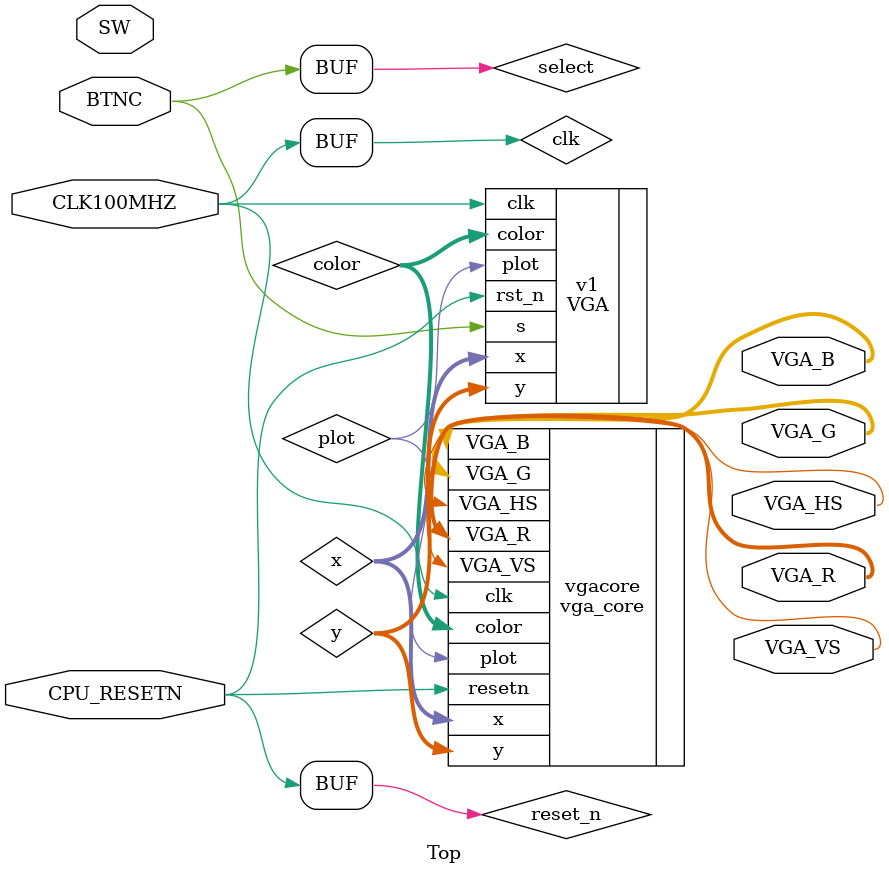
<source format=sv>
module Top(
    input wire CLK100MHZ,    // using the same name as pin names
    input wire CPU_RESETN,  
    input wire [15:0] SW,  
    input wire BTNC,
    //input wire BTNU,
    output wire [3:0] VGA_R,VGA_G,VGA_B,
    output wire VGA_HS,VGA_VS
    );

    logic reset_n;
    logic clk;
    logic [7:0] x;
    logic [6:0] y;
    logic plot;
    logic [3:0] color;
    logic select;
    assign reset_n = CPU_RESETN;
    assign clk = CLK100MHZ;
    assign select = BTNC;
    
    VGA v1(
    .clk(clk),
    .rst_n(reset_n),
    .s(select),
    .x(x),
    .y(y),
    .plot(plot),
    .color(color)
    );

    vga_core vgacore(
    .clk(clk),                        // Clock input
    .resetn(reset_n),                      // resetn signal
    .x(x),                    // X-coordinate (8 bits for 160)
    .y(y),                    // Y-coordinate (7 bits for 120)
    .color(color),                // Pixel color input (3 bits)
    .plot(plot),                       // Write enable
    .VGA_R(VGA_R),               // VGA red channel
    .VGA_G(VGA_G),               // VGA green channel
    .VGA_B(VGA_B),               // VGA blue channel
    .VGA_HS(VGA_HS),                    // Horizontal sync
    .VGA_VS(VGA_VS)                     // Vertical sync
    );  
endmodule : Top

</source>
